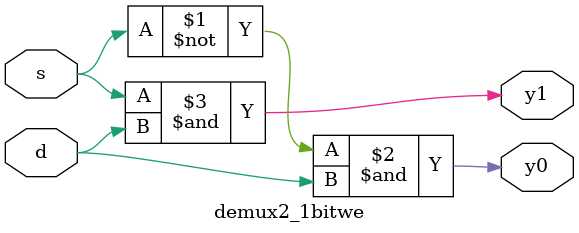
<source format=v>
`timescale 1ns / 1ps


module demux2_1bitwe(input s,d,output y0,y1);
assign y0=~s&d;
assign y1=s&d;
endmodule

</source>
